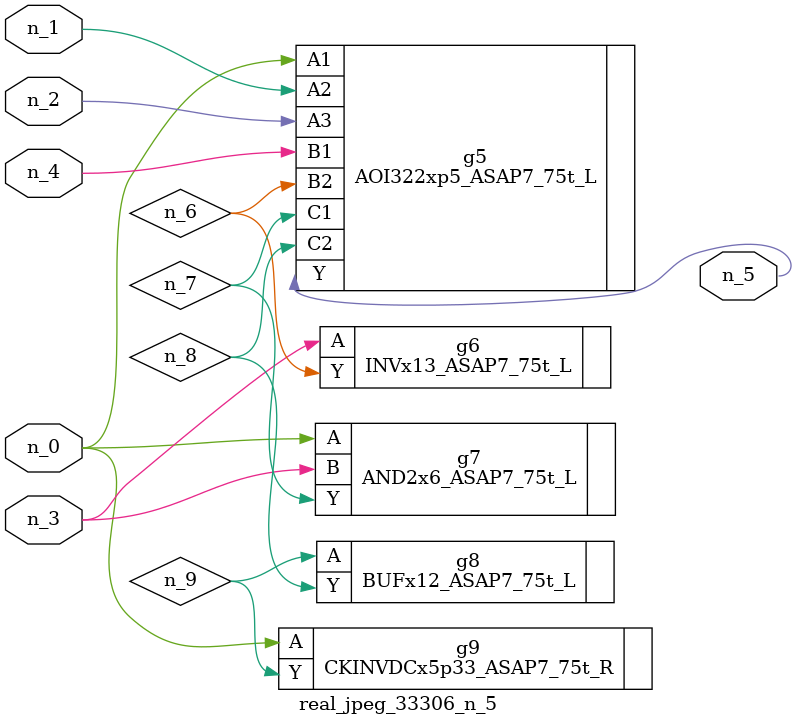
<source format=v>
module real_jpeg_33306_n_5 (n_4, n_0, n_1, n_2, n_3, n_5);

input n_4;
input n_0;
input n_1;
input n_2;
input n_3;

output n_5;

wire n_8;
wire n_6;
wire n_7;
wire n_9;

AOI322xp5_ASAP7_75t_L g5 ( 
.A1(n_0),
.A2(n_1),
.A3(n_2),
.B1(n_4),
.B2(n_6),
.C1(n_7),
.C2(n_8),
.Y(n_5)
);

AND2x6_ASAP7_75t_L g7 ( 
.A(n_0),
.B(n_3),
.Y(n_7)
);

CKINVDCx5p33_ASAP7_75t_R g9 ( 
.A(n_0),
.Y(n_9)
);

INVx13_ASAP7_75t_L g6 ( 
.A(n_3),
.Y(n_6)
);

BUFx12_ASAP7_75t_L g8 ( 
.A(n_9),
.Y(n_8)
);


endmodule
</source>
